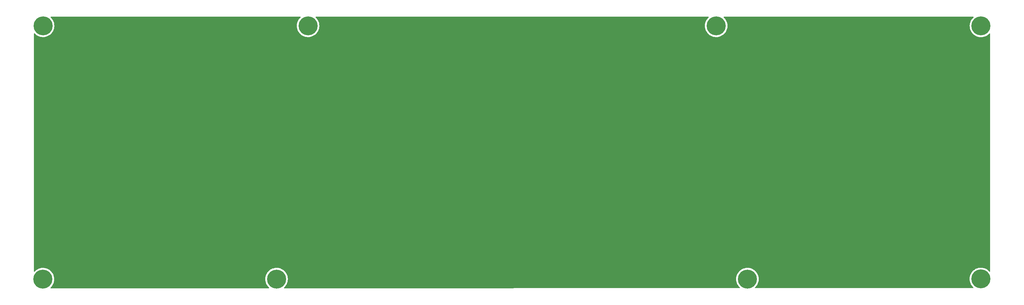
<source format=gbr>
%TF.GenerationSoftware,KiCad,Pcbnew,(6.0.7)*%
%TF.CreationDate,2022-10-09T17:04:33+02:00*%
%TF.ProjectId,skoosk backplate,736b6f6f-736b-4206-9261-636b706c6174,rev?*%
%TF.SameCoordinates,Original*%
%TF.FileFunction,Copper,L1,Top*%
%TF.FilePolarity,Positive*%
%FSLAX46Y46*%
G04 Gerber Fmt 4.6, Leading zero omitted, Abs format (unit mm)*
G04 Created by KiCad (PCBNEW (6.0.7)) date 2022-10-09 17:04:33*
%MOMM*%
%LPD*%
G01*
G04 APERTURE LIST*
%TA.AperFunction,ComponentPad*%
%ADD10C,5.400000*%
%TD*%
G04 APERTURE END LIST*
D10*
%TO.P,H1,1,1*%
%TO.N,GND*%
X5588000Y-14147800D03*
%TD*%
%TO.P,H2,1,1*%
%TO.N,GND*%
X81026000Y-14147800D03*
%TD*%
%TO.P,H7,1,1*%
%TO.N,GND*%
X206095600Y-86283800D03*
%TD*%
%TO.P,H3,1,1*%
%TO.N,GND*%
X197205600Y-14147800D03*
%TD*%
%TO.P,H8,1,1*%
%TO.N,GND*%
X272567400Y-86258400D03*
%TD*%
%TO.P,H6,1,1*%
%TO.N,GND*%
X72059800Y-86283800D03*
%TD*%
%TO.P,H4,1,1*%
%TO.N,GND*%
X272592800Y-14173200D03*
%TD*%
%TO.P,H5,1,1*%
%TO.N,GND*%
X5562600Y-86309200D03*
%TD*%
%TA.AperFunction,NonConductor*%
G36*
X78846675Y-11577502D02*
G01*
X78893168Y-11631158D01*
X78903272Y-11701432D01*
X78873778Y-11766012D01*
X78861551Y-11778302D01*
X78777593Y-11851802D01*
X78535672Y-12116738D01*
X78324792Y-12406990D01*
X78147580Y-12718940D01*
X78006245Y-13048699D01*
X77902549Y-13392158D01*
X77837784Y-13745035D01*
X77812757Y-14102932D01*
X77827781Y-14461388D01*
X77882668Y-14815936D01*
X77976734Y-15162156D01*
X78108806Y-15495733D01*
X78110461Y-15498845D01*
X78110463Y-15498850D01*
X78171421Y-15613494D01*
X78277239Y-15812509D01*
X78279224Y-15815407D01*
X78279230Y-15815418D01*
X78477942Y-16105629D01*
X78477947Y-16105635D01*
X78479933Y-16108536D01*
X78482236Y-16111204D01*
X78667952Y-16326358D01*
X78714361Y-16380124D01*
X78977602Y-16623887D01*
X78980428Y-16625970D01*
X78980431Y-16625973D01*
X79014883Y-16651373D01*
X79266375Y-16836789D01*
X79269412Y-16838543D01*
X79269416Y-16838545D01*
X79310369Y-16862189D01*
X79577080Y-17016175D01*
X79638439Y-17042982D01*
X79902622Y-17158401D01*
X79902632Y-17158405D01*
X79905844Y-17159808D01*
X79909201Y-17160847D01*
X79909206Y-17160849D01*
X80044744Y-17202805D01*
X80248570Y-17265900D01*
X80600987Y-17333127D01*
X80797571Y-17348253D01*
X80955203Y-17360382D01*
X80955204Y-17360382D01*
X80958700Y-17360651D01*
X81176001Y-17353063D01*
X81313738Y-17348253D01*
X81313743Y-17348253D01*
X81317253Y-17348130D01*
X81320734Y-17347616D01*
X81668683Y-17296236D01*
X81668689Y-17296235D01*
X81672175Y-17295720D01*
X81675579Y-17294821D01*
X81675582Y-17294820D01*
X82015652Y-17204969D01*
X82015653Y-17204969D01*
X82019043Y-17204073D01*
X82353534Y-17074333D01*
X82671478Y-16908116D01*
X82968913Y-16707493D01*
X83242131Y-16474967D01*
X83293601Y-16420157D01*
X83485316Y-16216002D01*
X83485320Y-16215997D01*
X83487727Y-16213434D01*
X83489832Y-16210620D01*
X83489838Y-16210613D01*
X83700530Y-15928974D01*
X83702639Y-15926155D01*
X83884189Y-15616710D01*
X84030115Y-15288956D01*
X84138596Y-14946979D01*
X84208282Y-14595041D01*
X84238303Y-14237528D01*
X84239556Y-14147800D01*
X84219529Y-13789588D01*
X84212589Y-13748557D01*
X84160286Y-13439322D01*
X84160285Y-13439318D01*
X84159697Y-13435841D01*
X84060806Y-13090969D01*
X84012662Y-12974162D01*
X83925427Y-12762513D01*
X83925423Y-12762505D01*
X83924089Y-12759268D01*
X83751250Y-12444875D01*
X83544443Y-12151707D01*
X83306245Y-11883419D01*
X83188204Y-11777134D01*
X83150966Y-11716690D01*
X83152318Y-11645706D01*
X83191832Y-11586722D01*
X83256962Y-11558464D01*
X83272516Y-11557500D01*
X194958154Y-11557500D01*
X195026275Y-11577502D01*
X195072768Y-11631158D01*
X195082872Y-11701432D01*
X195053378Y-11766012D01*
X195041151Y-11778302D01*
X194957193Y-11851802D01*
X194715272Y-12116738D01*
X194504392Y-12406990D01*
X194327180Y-12718940D01*
X194185845Y-13048699D01*
X194082149Y-13392158D01*
X194017384Y-13745035D01*
X193992357Y-14102932D01*
X194007381Y-14461388D01*
X194062268Y-14815936D01*
X194156334Y-15162156D01*
X194288406Y-15495733D01*
X194290061Y-15498845D01*
X194290063Y-15498850D01*
X194351021Y-15613494D01*
X194456839Y-15812509D01*
X194458824Y-15815407D01*
X194458830Y-15815418D01*
X194657542Y-16105629D01*
X194657547Y-16105635D01*
X194659533Y-16108536D01*
X194661836Y-16111204D01*
X194847552Y-16326358D01*
X194893961Y-16380124D01*
X195157202Y-16623887D01*
X195160028Y-16625970D01*
X195160031Y-16625973D01*
X195194483Y-16651373D01*
X195445975Y-16836789D01*
X195449012Y-16838543D01*
X195449016Y-16838545D01*
X195489969Y-16862189D01*
X195756680Y-17016175D01*
X195818039Y-17042982D01*
X196082222Y-17158401D01*
X196082232Y-17158405D01*
X196085444Y-17159808D01*
X196088801Y-17160847D01*
X196088806Y-17160849D01*
X196224344Y-17202805D01*
X196428170Y-17265900D01*
X196780587Y-17333127D01*
X196977171Y-17348253D01*
X197134803Y-17360382D01*
X197134804Y-17360382D01*
X197138300Y-17360651D01*
X197355601Y-17353063D01*
X197493338Y-17348253D01*
X197493343Y-17348253D01*
X197496853Y-17348130D01*
X197500334Y-17347616D01*
X197848283Y-17296236D01*
X197848289Y-17296235D01*
X197851775Y-17295720D01*
X197855179Y-17294821D01*
X197855182Y-17294820D01*
X198195252Y-17204969D01*
X198195253Y-17204969D01*
X198198643Y-17204073D01*
X198533134Y-17074333D01*
X198851078Y-16908116D01*
X199148513Y-16707493D01*
X199421731Y-16474967D01*
X199473201Y-16420157D01*
X199664916Y-16216002D01*
X199664920Y-16215997D01*
X199667327Y-16213434D01*
X199669432Y-16210620D01*
X199669438Y-16210613D01*
X199880130Y-15928974D01*
X199882239Y-15926155D01*
X200063789Y-15616710D01*
X200209715Y-15288956D01*
X200318196Y-14946979D01*
X200387882Y-14595041D01*
X200417903Y-14237528D01*
X200419156Y-14147800D01*
X200399129Y-13789588D01*
X200392189Y-13748557D01*
X200339886Y-13439322D01*
X200339885Y-13439318D01*
X200339297Y-13435841D01*
X200240406Y-13090969D01*
X200192262Y-12974162D01*
X200105027Y-12762513D01*
X200105023Y-12762505D01*
X200103689Y-12759268D01*
X199930850Y-12444875D01*
X199724043Y-12151707D01*
X199485845Y-11883419D01*
X199367804Y-11777134D01*
X199330566Y-11716690D01*
X199331918Y-11645706D01*
X199371432Y-11586722D01*
X199436562Y-11558464D01*
X199452116Y-11557500D01*
X270374368Y-11557500D01*
X270442489Y-11577502D01*
X270488982Y-11631158D01*
X270499086Y-11701432D01*
X270469592Y-11766012D01*
X270457364Y-11778303D01*
X270344393Y-11877202D01*
X270342018Y-11879803D01*
X270125666Y-12116738D01*
X270102472Y-12142138D01*
X269891592Y-12432390D01*
X269889850Y-12435456D01*
X269889849Y-12435458D01*
X269882750Y-12447954D01*
X269714380Y-12744340D01*
X269712992Y-12747579D01*
X269582488Y-13052068D01*
X269573045Y-13074099D01*
X269572028Y-13077468D01*
X269477018Y-13392158D01*
X269469349Y-13417558D01*
X269465355Y-13439322D01*
X269409246Y-13745035D01*
X269404584Y-13770435D01*
X269379557Y-14128332D01*
X269394581Y-14486788D01*
X269449468Y-14841336D01*
X269543534Y-15187556D01*
X269544827Y-15190821D01*
X269666784Y-15498850D01*
X269675606Y-15521133D01*
X269677261Y-15524245D01*
X269677263Y-15524250D01*
X269768304Y-15695473D01*
X269844039Y-15837909D01*
X269846024Y-15840807D01*
X269846030Y-15840818D01*
X270044742Y-16131029D01*
X270044747Y-16131035D01*
X270046733Y-16133936D01*
X270049036Y-16136604D01*
X270256932Y-16377454D01*
X270281161Y-16405524D01*
X270544402Y-16649287D01*
X270547228Y-16651370D01*
X270547231Y-16651373D01*
X270654711Y-16730614D01*
X270833175Y-16862189D01*
X270836212Y-16863943D01*
X270836216Y-16863945D01*
X270915549Y-16909748D01*
X271143880Y-17041575D01*
X271147101Y-17042982D01*
X271469422Y-17183801D01*
X271469432Y-17183805D01*
X271472644Y-17185208D01*
X271476001Y-17186247D01*
X271476006Y-17186249D01*
X271536481Y-17204969D01*
X271815370Y-17291300D01*
X272167787Y-17358527D01*
X272364371Y-17373653D01*
X272522003Y-17385782D01*
X272522004Y-17385782D01*
X272525500Y-17386051D01*
X272742801Y-17378463D01*
X272880538Y-17373653D01*
X272880543Y-17373653D01*
X272884053Y-17373530D01*
X272887534Y-17373016D01*
X273235483Y-17321636D01*
X273235489Y-17321635D01*
X273238975Y-17321120D01*
X273242379Y-17320221D01*
X273242382Y-17320220D01*
X273582452Y-17230369D01*
X273582453Y-17230369D01*
X273585843Y-17229473D01*
X273920334Y-17099733D01*
X274238278Y-16933516D01*
X274381681Y-16836789D01*
X274532797Y-16734860D01*
X274532799Y-16734859D01*
X274535713Y-16732893D01*
X274808931Y-16500367D01*
X274965251Y-16333904D01*
X275026463Y-16297939D01*
X275097402Y-16300776D01*
X275155547Y-16341517D01*
X275182435Y-16407225D01*
X275183100Y-16420157D01*
X275183100Y-84040154D01*
X275163098Y-84108275D01*
X275109442Y-84154768D01*
X275039168Y-84164872D01*
X274974588Y-84135378D01*
X274962888Y-84123820D01*
X274847645Y-83994019D01*
X274609236Y-83779354D01*
X274583644Y-83756311D01*
X274583641Y-83756309D01*
X274581026Y-83753954D01*
X274578176Y-83751913D01*
X274578169Y-83751908D01*
X274292163Y-83547148D01*
X274292160Y-83547146D01*
X274289309Y-83545105D01*
X273976130Y-83370075D01*
X273645392Y-83231046D01*
X273642023Y-83230055D01*
X273642019Y-83230053D01*
X273490154Y-83185357D01*
X273301218Y-83129750D01*
X273018304Y-83079864D01*
X272951358Y-83068060D01*
X272951356Y-83068060D01*
X272947898Y-83067450D01*
X272944387Y-83067229D01*
X272944386Y-83067229D01*
X272593353Y-83045143D01*
X272593347Y-83045143D01*
X272589835Y-83044922D01*
X272488446Y-83049881D01*
X272234999Y-83062276D01*
X272234991Y-83062277D01*
X272231492Y-83062448D01*
X272228024Y-83063010D01*
X272228021Y-83063010D01*
X271880811Y-83119246D01*
X271880808Y-83119247D01*
X271877336Y-83119809D01*
X271873949Y-83120755D01*
X271873943Y-83120756D01*
X271589806Y-83200089D01*
X271531781Y-83216290D01*
X271402782Y-83268409D01*
X271202398Y-83349369D01*
X271202394Y-83349371D01*
X271199134Y-83350688D01*
X271196047Y-83352357D01*
X271196043Y-83352359D01*
X271149067Y-83377759D01*
X270883542Y-83521328D01*
X270588937Y-83726083D01*
X270586295Y-83728396D01*
X270586291Y-83728399D01*
X270530423Y-83777308D01*
X270318993Y-83962402D01*
X270077072Y-84227338D01*
X269866192Y-84517590D01*
X269864450Y-84520656D01*
X269864449Y-84520658D01*
X269830241Y-84580875D01*
X269688980Y-84829540D01*
X269547645Y-85159299D01*
X269443949Y-85502758D01*
X269379184Y-85855635D01*
X269354157Y-86213532D01*
X269369181Y-86571988D01*
X269424068Y-86926536D01*
X269518134Y-87272756D01*
X269650206Y-87606333D01*
X269651861Y-87609445D01*
X269651863Y-87609450D01*
X269726326Y-87749494D01*
X269818639Y-87923109D01*
X269820624Y-87926007D01*
X269820630Y-87926018D01*
X270019342Y-88216229D01*
X270019347Y-88216235D01*
X270021333Y-88219136D01*
X270023636Y-88221804D01*
X270155728Y-88374834D01*
X270255761Y-88490724D01*
X270382849Y-88608408D01*
X270434278Y-88656032D01*
X270470671Y-88716992D01*
X270468328Y-88787950D01*
X270427995Y-88846377D01*
X270362476Y-88873723D01*
X270348685Y-88874482D01*
X208337734Y-88880301D01*
X208269612Y-88860305D01*
X208223114Y-88806654D01*
X208213004Y-88736381D01*
X208242491Y-88671797D01*
X208256060Y-88658347D01*
X208309058Y-88613242D01*
X208309059Y-88613241D01*
X208311731Y-88610967D01*
X208376942Y-88541524D01*
X208554916Y-88352002D01*
X208554920Y-88351997D01*
X208557327Y-88349434D01*
X208559432Y-88346620D01*
X208559438Y-88346613D01*
X208745200Y-88098299D01*
X208772239Y-88062155D01*
X208953789Y-87752710D01*
X209099715Y-87424956D01*
X209208196Y-87082979D01*
X209277882Y-86731041D01*
X209307903Y-86373528D01*
X209308802Y-86309200D01*
X209309126Y-86285978D01*
X209309126Y-86285966D01*
X209309156Y-86283800D01*
X209305228Y-86213532D01*
X209290549Y-85950988D01*
X209289129Y-85925588D01*
X209282189Y-85884557D01*
X209229886Y-85575322D01*
X209229885Y-85575318D01*
X209229297Y-85571841D01*
X209130406Y-85226969D01*
X209005496Y-84923913D01*
X208995027Y-84898513D01*
X208995023Y-84898505D01*
X208993689Y-84895268D01*
X208886457Y-84700213D01*
X208822543Y-84583954D01*
X208822540Y-84583950D01*
X208820850Y-84580875D01*
X208631961Y-84313107D01*
X208616079Y-84290593D01*
X208616078Y-84290591D01*
X208614043Y-84287707D01*
X208375845Y-84019419D01*
X208109226Y-83779354D01*
X208106376Y-83777313D01*
X208106369Y-83777308D01*
X207820363Y-83572548D01*
X207820360Y-83572546D01*
X207817509Y-83570505D01*
X207504330Y-83395475D01*
X207173592Y-83256446D01*
X207170223Y-83255455D01*
X207170219Y-83255453D01*
X207018354Y-83210757D01*
X206829418Y-83155150D01*
X206546504Y-83105264D01*
X206479558Y-83093460D01*
X206479556Y-83093460D01*
X206476098Y-83092850D01*
X206472587Y-83092629D01*
X206472586Y-83092629D01*
X206121553Y-83070543D01*
X206121547Y-83070543D01*
X206118035Y-83070322D01*
X206016646Y-83075281D01*
X205763199Y-83087676D01*
X205763191Y-83087677D01*
X205759692Y-83087848D01*
X205756224Y-83088410D01*
X205756221Y-83088410D01*
X205409011Y-83144646D01*
X205409008Y-83144647D01*
X205405536Y-83145209D01*
X205402149Y-83146155D01*
X205402143Y-83146156D01*
X205154345Y-83215343D01*
X205059981Y-83241690D01*
X204957218Y-83283209D01*
X204730598Y-83374769D01*
X204730594Y-83374771D01*
X204727334Y-83376088D01*
X204724247Y-83377757D01*
X204724243Y-83377759D01*
X204677267Y-83403159D01*
X204411742Y-83546728D01*
X204117137Y-83751483D01*
X203847193Y-83987802D01*
X203818323Y-84019419D01*
X203628466Y-84227338D01*
X203605272Y-84252738D01*
X203394392Y-84542990D01*
X203392650Y-84546056D01*
X203392649Y-84546058D01*
X203358441Y-84606275D01*
X203217180Y-84854940D01*
X203198505Y-84898513D01*
X203085288Y-85162668D01*
X203075845Y-85184699D01*
X203074828Y-85188068D01*
X202979818Y-85502758D01*
X202972149Y-85528158D01*
X202971513Y-85531625D01*
X202912046Y-85855635D01*
X202907384Y-85881035D01*
X202882357Y-86238932D01*
X202897381Y-86597388D01*
X202952268Y-86951936D01*
X203046334Y-87298156D01*
X203097811Y-87428172D01*
X203169584Y-87609450D01*
X203178406Y-87631733D01*
X203346839Y-87948509D01*
X203348824Y-87951407D01*
X203348830Y-87951418D01*
X203547542Y-88241629D01*
X203547547Y-88241635D01*
X203549533Y-88244536D01*
X203551836Y-88247204D01*
X203759732Y-88488054D01*
X203783961Y-88516124D01*
X203888838Y-88613241D01*
X203941786Y-88662271D01*
X203978179Y-88723231D01*
X203975836Y-88794189D01*
X203935503Y-88852616D01*
X203869984Y-88879962D01*
X203856189Y-88880721D01*
X74287155Y-88892879D01*
X74219032Y-88872883D01*
X74172534Y-88819232D01*
X74162424Y-88748959D01*
X74191911Y-88684375D01*
X74205480Y-88670925D01*
X74215649Y-88662271D01*
X74275931Y-88610967D01*
X74341142Y-88541524D01*
X74519116Y-88352002D01*
X74519120Y-88351997D01*
X74521527Y-88349434D01*
X74523632Y-88346620D01*
X74523638Y-88346613D01*
X74709400Y-88098299D01*
X74736439Y-88062155D01*
X74917989Y-87752710D01*
X75063915Y-87424956D01*
X75172396Y-87082979D01*
X75242082Y-86731041D01*
X75272103Y-86373528D01*
X75273002Y-86309200D01*
X75273326Y-86285978D01*
X75273326Y-86285966D01*
X75273356Y-86283800D01*
X75269428Y-86213532D01*
X75254749Y-85950988D01*
X75253329Y-85925588D01*
X75246389Y-85884557D01*
X75194086Y-85575322D01*
X75194085Y-85575318D01*
X75193497Y-85571841D01*
X75094606Y-85226969D01*
X74969696Y-84923913D01*
X74959227Y-84898513D01*
X74959223Y-84898505D01*
X74957889Y-84895268D01*
X74850657Y-84700213D01*
X74786743Y-84583954D01*
X74786740Y-84583950D01*
X74785050Y-84580875D01*
X74596161Y-84313107D01*
X74580279Y-84290593D01*
X74580278Y-84290591D01*
X74578243Y-84287707D01*
X74340045Y-84019419D01*
X74073426Y-83779354D01*
X74070576Y-83777313D01*
X74070569Y-83777308D01*
X73784563Y-83572548D01*
X73784560Y-83572546D01*
X73781709Y-83570505D01*
X73468530Y-83395475D01*
X73137792Y-83256446D01*
X73134423Y-83255455D01*
X73134419Y-83255453D01*
X72982554Y-83210757D01*
X72793618Y-83155150D01*
X72510704Y-83105264D01*
X72443758Y-83093460D01*
X72443756Y-83093460D01*
X72440298Y-83092850D01*
X72436787Y-83092629D01*
X72436786Y-83092629D01*
X72085753Y-83070543D01*
X72085747Y-83070543D01*
X72082235Y-83070322D01*
X71980846Y-83075281D01*
X71727399Y-83087676D01*
X71727391Y-83087677D01*
X71723892Y-83087848D01*
X71720424Y-83088410D01*
X71720421Y-83088410D01*
X71373211Y-83144646D01*
X71373208Y-83144647D01*
X71369736Y-83145209D01*
X71366349Y-83146155D01*
X71366343Y-83146156D01*
X71118545Y-83215343D01*
X71024181Y-83241690D01*
X70921418Y-83283209D01*
X70694798Y-83374769D01*
X70694794Y-83374771D01*
X70691534Y-83376088D01*
X70688447Y-83377757D01*
X70688443Y-83377759D01*
X70641467Y-83403159D01*
X70375942Y-83546728D01*
X70081337Y-83751483D01*
X69811393Y-83987802D01*
X69782523Y-84019419D01*
X69592666Y-84227338D01*
X69569472Y-84252738D01*
X69358592Y-84542990D01*
X69356850Y-84546056D01*
X69356849Y-84546058D01*
X69322641Y-84606275D01*
X69181380Y-84854940D01*
X69162705Y-84898513D01*
X69049488Y-85162668D01*
X69040045Y-85184699D01*
X69039028Y-85188068D01*
X68944018Y-85502758D01*
X68936349Y-85528158D01*
X68935713Y-85531625D01*
X68876246Y-85855635D01*
X68871584Y-85881035D01*
X68846557Y-86238932D01*
X68861581Y-86597388D01*
X68916468Y-86951936D01*
X69010534Y-87298156D01*
X69062011Y-87428172D01*
X69133784Y-87609450D01*
X69142606Y-87631733D01*
X69311039Y-87948509D01*
X69313024Y-87951407D01*
X69313030Y-87951418D01*
X69511742Y-88241629D01*
X69511747Y-88241635D01*
X69513733Y-88244536D01*
X69516036Y-88247204D01*
X69723932Y-88488054D01*
X69748161Y-88516124D01*
X69916273Y-88671797D01*
X69919567Y-88674847D01*
X69955959Y-88735807D01*
X69953616Y-88806765D01*
X69913282Y-88865192D01*
X69847764Y-88892538D01*
X69833976Y-88893297D01*
X7812471Y-88899117D01*
X7744348Y-88879121D01*
X7697850Y-88825470D01*
X7687740Y-88755197D01*
X7717227Y-88690613D01*
X7730796Y-88677163D01*
X7776058Y-88638642D01*
X7776059Y-88638641D01*
X7778731Y-88636367D01*
X7826435Y-88585567D01*
X8021916Y-88377402D01*
X8021920Y-88377397D01*
X8024327Y-88374834D01*
X8026432Y-88372020D01*
X8026438Y-88372013D01*
X8237130Y-88090374D01*
X8239239Y-88087555D01*
X8245968Y-88076087D01*
X8337546Y-87919994D01*
X8420789Y-87778110D01*
X8566715Y-87450356D01*
X8675196Y-87108379D01*
X8744882Y-86756441D01*
X8774903Y-86398928D01*
X8775228Y-86375712D01*
X8776126Y-86311378D01*
X8776126Y-86311366D01*
X8776156Y-86309200D01*
X8774615Y-86281628D01*
X8756325Y-85954501D01*
X8756129Y-85950988D01*
X8696297Y-85597241D01*
X8597406Y-85252369D01*
X8549262Y-85135562D01*
X8462027Y-84923913D01*
X8462023Y-84923905D01*
X8460689Y-84920668D01*
X8287850Y-84606275D01*
X8081043Y-84313107D01*
X7842845Y-84044819D01*
X7576226Y-83804754D01*
X7573376Y-83802713D01*
X7573369Y-83802708D01*
X7287363Y-83597948D01*
X7287360Y-83597946D01*
X7284509Y-83595905D01*
X6971330Y-83420875D01*
X6640592Y-83281846D01*
X6637223Y-83280855D01*
X6637219Y-83280853D01*
X6472620Y-83232409D01*
X6296418Y-83180550D01*
X6004864Y-83129141D01*
X5946558Y-83118860D01*
X5946556Y-83118860D01*
X5943098Y-83118250D01*
X5939587Y-83118029D01*
X5939586Y-83118029D01*
X5588553Y-83095943D01*
X5588547Y-83095943D01*
X5585035Y-83095722D01*
X5483646Y-83100681D01*
X5230199Y-83113076D01*
X5230191Y-83113077D01*
X5226692Y-83113248D01*
X5223224Y-83113810D01*
X5223221Y-83113810D01*
X4876011Y-83170046D01*
X4876008Y-83170047D01*
X4872536Y-83170609D01*
X4869149Y-83171555D01*
X4869143Y-83171556D01*
X4651194Y-83232409D01*
X4526981Y-83267090D01*
X4360657Y-83334289D01*
X4197598Y-83400169D01*
X4197594Y-83400171D01*
X4194334Y-83401488D01*
X4191247Y-83403157D01*
X4191243Y-83403159D01*
X4155299Y-83422594D01*
X3878742Y-83572128D01*
X3584137Y-83776883D01*
X3314193Y-84013202D01*
X3311818Y-84015803D01*
X3192711Y-84146241D01*
X3132006Y-84183058D01*
X3061034Y-84181210D01*
X3002327Y-84141286D01*
X2974524Y-84075959D01*
X2973666Y-84061237D01*
X2973692Y-83985483D01*
X2996015Y-17348253D01*
X2996335Y-16394472D01*
X3016360Y-16326358D01*
X3070031Y-16279883D01*
X3140308Y-16269803D01*
X3204879Y-16299317D01*
X3217716Y-16312183D01*
X3229952Y-16326358D01*
X3276361Y-16380124D01*
X3539602Y-16623887D01*
X3542428Y-16625970D01*
X3542431Y-16625973D01*
X3576883Y-16651373D01*
X3828375Y-16836789D01*
X3831412Y-16838543D01*
X3831416Y-16838545D01*
X3872369Y-16862189D01*
X4139080Y-17016175D01*
X4200439Y-17042982D01*
X4464622Y-17158401D01*
X4464632Y-17158405D01*
X4467844Y-17159808D01*
X4471201Y-17160847D01*
X4471206Y-17160849D01*
X4606744Y-17202805D01*
X4810570Y-17265900D01*
X5162987Y-17333127D01*
X5359571Y-17348253D01*
X5517203Y-17360382D01*
X5517204Y-17360382D01*
X5520700Y-17360651D01*
X5738001Y-17353063D01*
X5875738Y-17348253D01*
X5875743Y-17348253D01*
X5879253Y-17348130D01*
X5882734Y-17347616D01*
X6230683Y-17296236D01*
X6230689Y-17296235D01*
X6234175Y-17295720D01*
X6237579Y-17294821D01*
X6237582Y-17294820D01*
X6577652Y-17204969D01*
X6577653Y-17204969D01*
X6581043Y-17204073D01*
X6915534Y-17074333D01*
X7233478Y-16908116D01*
X7530913Y-16707493D01*
X7804131Y-16474967D01*
X7855601Y-16420157D01*
X8047316Y-16216002D01*
X8047320Y-16215997D01*
X8049727Y-16213434D01*
X8051832Y-16210620D01*
X8051838Y-16210613D01*
X8262530Y-15928974D01*
X8264639Y-15926155D01*
X8446189Y-15616710D01*
X8592115Y-15288956D01*
X8700596Y-14946979D01*
X8770282Y-14595041D01*
X8800303Y-14237528D01*
X8801556Y-14147800D01*
X8781529Y-13789588D01*
X8774589Y-13748557D01*
X8722286Y-13439322D01*
X8722285Y-13439318D01*
X8721697Y-13435841D01*
X8622806Y-13090969D01*
X8574662Y-12974162D01*
X8487427Y-12762513D01*
X8487423Y-12762505D01*
X8486089Y-12759268D01*
X8313250Y-12444875D01*
X8106443Y-12151707D01*
X7868245Y-11883419D01*
X7750204Y-11777134D01*
X7712966Y-11716690D01*
X7714318Y-11645706D01*
X7753832Y-11586722D01*
X7818962Y-11558464D01*
X7834516Y-11557500D01*
X78778554Y-11557500D01*
X78846675Y-11577502D01*
G37*
%TD.AperFunction*%
M02*

</source>
